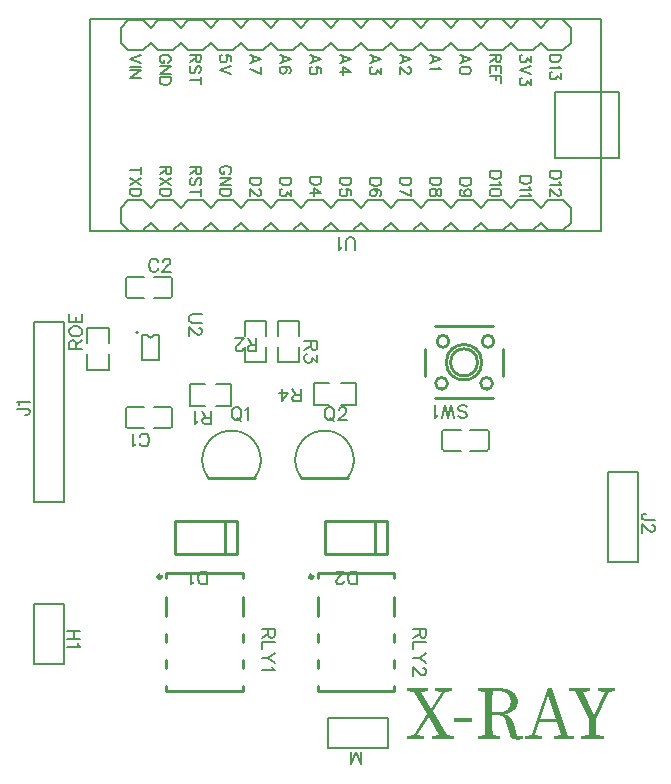
<source format=gto>
G04 Layer: TopSilkscreenLayer*
G04 EasyEDA v6.5.22, 2023-11-14 22:50:32*
G04 e9b09aeb9267423f9454c27dff36c41a,e380eaf7f1bc463bad4fc33596f4f57f,10*
G04 Gerber Generator version 0.2*
G04 Scale: 100 percent, Rotated: No, Reflected: No *
G04 Dimensions in millimeters *
G04 leading zeros omitted , absolute positions ,4 integer and 5 decimal *
%FSLAX45Y45*%
%MOMM*%

%ADD10C,0.1524*%
%ADD11C,0.1500*%
%ADD12C,0.2540*%
%ADD13C,0.2032*%
%ADD14C,0.2030*%
%ADD15C,0.1520*%
%ADD16C,0.2000*%
%ADD17C,0.3000*%
%ADD18C,0.0174*%

%LPD*%
G36*
X5419852Y2005838D02*
G01*
X5330154Y1741932D01*
X5356860Y1741932D01*
X5422138Y1940560D01*
X5488686Y1741932D01*
X5330154Y1741932D01*
X5283708Y1605280D01*
X5231638Y1596898D01*
X5231638Y1574800D01*
X5374386Y1574800D01*
X5374386Y1596898D01*
X5311648Y1605280D01*
X5348478Y1716786D01*
X5497068Y1716786D01*
X5534406Y1604518D01*
X5471160Y1596898D01*
X5471160Y1574800D01*
X5645404Y1574800D01*
X5645404Y1596898D01*
X5595112Y1602740D01*
X5457190Y2005838D01*
G37*
G36*
X4229354Y2003043D02*
G01*
X4229354Y1980946D01*
X4285234Y1975104D01*
X4398772Y1782064D01*
X4285234Y1605788D01*
X4225290Y1596898D01*
X4225290Y1574800D01*
X4370070Y1574800D01*
X4370070Y1596390D01*
X4316984Y1605280D01*
X4411980Y1759966D01*
X4503928Y1603502D01*
X4444238Y1596898D01*
X4444238Y1574800D01*
X4623054Y1574800D01*
X4623054Y1596898D01*
X4568190Y1603502D01*
X4447286Y1808480D01*
X4552950Y1973325D01*
X4610608Y1980946D01*
X4610608Y2003043D01*
X4464558Y2003043D01*
X4464558Y1980946D01*
X4521454Y1972564D01*
X4434332Y1830578D01*
X4349496Y1974342D01*
X4409694Y1980946D01*
X4409694Y2003043D01*
G37*
G36*
X4832858Y2003043D02*
G01*
X4832858Y1980946D01*
X4892294Y1974342D01*
X4892954Y1938172D01*
X4893462Y1871522D01*
X4893564Y1799082D01*
X4951984Y1799082D01*
X4952187Y1904542D01*
X4953000Y1977898D01*
X5015687Y1977796D01*
X5022443Y1977440D01*
X5035143Y1976018D01*
X5041087Y1974951D01*
X5046776Y1973630D01*
X5052161Y1972106D01*
X5057292Y1970379D01*
X5062169Y1968398D01*
X5066741Y1966214D01*
X5071110Y1963826D01*
X5075174Y1961184D01*
X5078984Y1958339D01*
X5082540Y1955292D01*
X5085842Y1952040D01*
X5088890Y1948586D01*
X5091684Y1944878D01*
X5094224Y1941017D01*
X5096510Y1936953D01*
X5100370Y1928164D01*
X5103215Y1918665D01*
X5104282Y1913585D01*
X5105704Y1902917D01*
X5106060Y1897329D01*
X5106162Y1891538D01*
X5105654Y1880311D01*
X5104993Y1874926D01*
X5104079Y1869643D01*
X5102910Y1864461D01*
X5101488Y1859432D01*
X5097830Y1849882D01*
X5095595Y1845360D01*
X5093106Y1840941D01*
X5090363Y1836775D01*
X5087366Y1832762D01*
X5084114Y1828952D01*
X5080609Y1825294D01*
X5076799Y1821891D01*
X5072786Y1818690D01*
X5068468Y1815693D01*
X5063896Y1812899D01*
X5059070Y1810359D01*
X5053990Y1808073D01*
X5048605Y1806041D01*
X5043017Y1804212D01*
X5037124Y1802688D01*
X5030978Y1801418D01*
X5024577Y1800402D01*
X5017922Y1799691D01*
X5011013Y1799234D01*
X5003800Y1799082D01*
X4893564Y1799082D01*
X4893360Y1681683D01*
X4892852Y1633575D01*
X4892294Y1603502D01*
X4832858Y1596898D01*
X4832858Y1574800D01*
X5012690Y1574800D01*
X5012690Y1596898D01*
X4953000Y1604010D01*
X4952136Y1681480D01*
X4951984Y1774698D01*
X4993487Y1774596D01*
X5000752Y1774342D01*
X5007559Y1773834D01*
X5013960Y1773072D01*
X5019954Y1772056D01*
X5025542Y1770786D01*
X5030774Y1769160D01*
X5035651Y1767230D01*
X5040172Y1764995D01*
X5044389Y1762353D01*
X5048300Y1759305D01*
X5051907Y1755902D01*
X5055260Y1751990D01*
X5058410Y1747672D01*
X5061254Y1742897D01*
X5063947Y1737563D01*
X5066436Y1731721D01*
X5068722Y1725371D01*
X5070856Y1718462D01*
X5100523Y1603959D01*
X5102250Y1598980D01*
X5104282Y1594459D01*
X5106619Y1590294D01*
X5109260Y1586585D01*
X5112258Y1583232D01*
X5115560Y1580286D01*
X5119268Y1577644D01*
X5123383Y1575409D01*
X5127853Y1573479D01*
X5132730Y1571904D01*
X5138115Y1570634D01*
X5143855Y1569669D01*
X5150104Y1568958D01*
X5164074Y1568450D01*
X5178247Y1568856D01*
X5184851Y1569364D01*
X5196992Y1570990D01*
X5207762Y1573377D01*
X5212588Y1574800D01*
X5212588Y1596898D01*
X5162804Y1601724D01*
X5133086Y1702054D01*
X5128463Y1716074D01*
X5125974Y1722475D01*
X5120589Y1734210D01*
X5117642Y1739544D01*
X5114594Y1744522D01*
X5111343Y1749196D01*
X5107940Y1753565D01*
X5104333Y1757578D01*
X5100574Y1761286D01*
X5096560Y1764741D01*
X5092395Y1767890D01*
X5087975Y1770786D01*
X5083352Y1773377D01*
X5078425Y1775764D01*
X5073345Y1777847D01*
X5067960Y1779727D01*
X5062321Y1781403D01*
X5056378Y1782825D01*
X5064099Y1784299D01*
X5071516Y1786026D01*
X5078628Y1788007D01*
X5085486Y1790192D01*
X5092090Y1792579D01*
X5104434Y1798015D01*
X5110175Y1801012D01*
X5115661Y1804212D01*
X5120843Y1807616D01*
X5130393Y1814880D01*
X5138775Y1822805D01*
X5142585Y1826971D01*
X5146090Y1831289D01*
X5149342Y1835708D01*
X5152288Y1840280D01*
X5154980Y1844954D01*
X5157368Y1849729D01*
X5159451Y1854606D01*
X5161280Y1859534D01*
X5162854Y1864614D01*
X5164124Y1869693D01*
X5165090Y1874875D01*
X5165801Y1880158D01*
X5166207Y1885442D01*
X5166360Y1890775D01*
X5165852Y1902307D01*
X5165191Y1907895D01*
X5164277Y1913280D01*
X5163108Y1918563D01*
X5159959Y1928672D01*
X5155895Y1938223D01*
X5150815Y1947164D01*
X5144770Y1955444D01*
X5141366Y1959406D01*
X5133949Y1966772D01*
X5125567Y1973478D01*
X5121046Y1976628D01*
X5116322Y1979574D01*
X5111343Y1982368D01*
X5100777Y1987397D01*
X5095189Y1989683D01*
X5083302Y1993696D01*
X5077104Y1995474D01*
X5064048Y1998421D01*
X5050180Y2000656D01*
X5035550Y2002180D01*
X5020157Y2002942D01*
G37*
G36*
X5604510Y2003043D02*
G01*
X5604510Y1980946D01*
X5653024Y1975612D01*
X5768086Y1741932D01*
X5767832Y1654556D01*
X5767324Y1622552D01*
X5766816Y1604010D01*
X5700776Y1596898D01*
X5700776Y1574800D01*
X5893054Y1574800D01*
X5893054Y1596898D01*
X5827014Y1604010D01*
X5826353Y1630578D01*
X5825845Y1680972D01*
X5825744Y1744218D01*
X5936742Y1973325D01*
X5992368Y1980946D01*
X5992368Y2003043D01*
X5847588Y2003043D01*
X5847588Y1980946D01*
X5907532Y1973325D01*
X5813044Y1772920D01*
X5719572Y1974342D01*
X5782056Y1980946D01*
X5782056Y2003043D01*
G37*
G36*
X4629404Y1754124D02*
G01*
X4629404Y1716786D01*
X4778502Y1716786D01*
X4778502Y1754124D01*
G37*
D10*
X4664456Y4307078D02*
G01*
X4674870Y4296663D01*
X4690363Y4291584D01*
X4711191Y4291584D01*
X4726686Y4296663D01*
X4737100Y4307078D01*
X4737100Y4317492D01*
X4732020Y4327905D01*
X4726686Y4333239D01*
X4716272Y4338320D01*
X4685029Y4348734D01*
X4674870Y4353813D01*
X4669536Y4359147D01*
X4664456Y4369562D01*
X4664456Y4385055D01*
X4674870Y4395470D01*
X4690363Y4400550D01*
X4711191Y4400550D01*
X4726686Y4395470D01*
X4737100Y4385055D01*
X4630165Y4291584D02*
G01*
X4604004Y4400550D01*
X4578095Y4291584D02*
G01*
X4604004Y4400550D01*
X4578095Y4291584D02*
G01*
X4552188Y4400550D01*
X4526279Y4291584D02*
G01*
X4552188Y4400550D01*
X4491990Y4312412D02*
G01*
X4481575Y4307078D01*
X4465827Y4291584D01*
X4465827Y4400550D01*
X1966722Y4076192D02*
G01*
X1972056Y4065778D01*
X1982470Y4055363D01*
X1992629Y4050284D01*
X2013458Y4050284D01*
X2023872Y4055363D01*
X2034286Y4065778D01*
X2039620Y4076192D01*
X2044700Y4091939D01*
X2044700Y4117847D01*
X2039620Y4133342D01*
X2034286Y4143755D01*
X2023872Y4154170D01*
X2013458Y4159250D01*
X1992629Y4159250D01*
X1982470Y4154170D01*
X1972056Y4143755D01*
X1966722Y4133342D01*
X1932431Y4071112D02*
G01*
X1922018Y4065778D01*
X1906523Y4050284D01*
X1906523Y4159250D01*
X2122677Y5613907D02*
G01*
X2117343Y5624321D01*
X2106929Y5634736D01*
X2096770Y5639815D01*
X2075941Y5639815D01*
X2065527Y5634736D01*
X2055113Y5624321D01*
X2049779Y5613907D01*
X2044700Y5598160D01*
X2044700Y5572252D01*
X2049779Y5556757D01*
X2055113Y5546344D01*
X2065527Y5535929D01*
X2075941Y5530850D01*
X2096770Y5530850D01*
X2106929Y5535929D01*
X2117343Y5546344D01*
X2122677Y5556757D01*
X2162047Y5613907D02*
G01*
X2162047Y5618987D01*
X2167381Y5629402D01*
X2172461Y5634736D01*
X2182875Y5639815D01*
X2203704Y5639815D01*
X2214118Y5634736D01*
X2219197Y5629402D01*
X2224531Y5618987D01*
X2224531Y5608573D01*
X2219197Y5598160D01*
X2208784Y5582665D01*
X2156968Y5530850D01*
X2229611Y5530850D01*
X2533650Y2881884D02*
G01*
X2533650Y2990850D01*
X2533650Y2881884D02*
G01*
X2497327Y2881884D01*
X2481579Y2886963D01*
X2471420Y2897378D01*
X2466086Y2907792D01*
X2461006Y2923539D01*
X2461006Y2949447D01*
X2466086Y2964942D01*
X2471420Y2975355D01*
X2481579Y2985770D01*
X2497327Y2990850D01*
X2533650Y2990850D01*
X2426715Y2902712D02*
G01*
X2416302Y2897378D01*
X2400554Y2881884D01*
X2400554Y2990850D01*
X3803650Y2881884D02*
G01*
X3803650Y2990850D01*
X3803650Y2881884D02*
G01*
X3767327Y2881884D01*
X3751579Y2886963D01*
X3741420Y2897378D01*
X3736086Y2907792D01*
X3731006Y2923539D01*
X3731006Y2949447D01*
X3736086Y2964942D01*
X3741420Y2975355D01*
X3751579Y2985770D01*
X3767327Y2990850D01*
X3803650Y2990850D01*
X3691381Y2907792D02*
G01*
X3691381Y2902712D01*
X3686302Y2892297D01*
X3680968Y2886963D01*
X3670554Y2881884D01*
X3649979Y2881884D01*
X3639565Y2886963D01*
X3634231Y2892297D01*
X3629152Y2902712D01*
X3629152Y2913126D01*
X3634231Y2923539D01*
X3644645Y2939034D01*
X3696715Y2990850D01*
X3623818Y2990850D01*
X1461515Y2489200D02*
G01*
X1352550Y2489200D01*
X1461515Y2416555D02*
G01*
X1352550Y2416555D01*
X1409700Y2489200D02*
G01*
X1409700Y2416555D01*
X1440687Y2382265D02*
G01*
X1446021Y2371852D01*
X1461515Y2356104D01*
X1352550Y2356104D01*
X3835400Y1357884D02*
G01*
X3835400Y1466850D01*
X3835400Y1357884D02*
G01*
X3793743Y1466850D01*
X3752341Y1357884D02*
G01*
X3793743Y1466850D01*
X3752341Y1357884D02*
G01*
X3752341Y1466850D01*
X926084Y4370070D02*
G01*
X1009142Y4370070D01*
X1024889Y4364736D01*
X1029970Y4359655D01*
X1035050Y4349242D01*
X1035050Y4338828D01*
X1029970Y4328413D01*
X1024889Y4323079D01*
X1009142Y4318000D01*
X998728Y4318000D01*
X946912Y4404360D02*
G01*
X941578Y4414520D01*
X926084Y4430268D01*
X1035050Y4430268D01*
X6325615Y3427729D02*
G01*
X6242558Y3427729D01*
X6226809Y3433063D01*
X6221729Y3438144D01*
X6216650Y3448557D01*
X6216650Y3458971D01*
X6221729Y3469386D01*
X6226809Y3474720D01*
X6242558Y3479800D01*
X6252972Y3479800D01*
X6299708Y3388360D02*
G01*
X6304788Y3388360D01*
X6315202Y3383279D01*
X6320536Y3377945D01*
X6325615Y3367531D01*
X6325615Y3346704D01*
X6320536Y3336289D01*
X6315202Y3331210D01*
X6304788Y3326129D01*
X6294374Y3326129D01*
X6283959Y3331210D01*
X6268465Y3341623D01*
X6216650Y3393439D01*
X6216650Y3320795D01*
X2774441Y4382515D02*
G01*
X2764027Y4377436D01*
X2753613Y4367021D01*
X2748279Y4356607D01*
X2743200Y4340860D01*
X2743200Y4314952D01*
X2748279Y4299457D01*
X2753613Y4289044D01*
X2764027Y4278629D01*
X2774441Y4273550D01*
X2795270Y4273550D01*
X2805429Y4278629D01*
X2815843Y4289044D01*
X2821177Y4299457D01*
X2826258Y4314952D01*
X2826258Y4340860D01*
X2821177Y4356607D01*
X2815843Y4367021D01*
X2805429Y4377436D01*
X2795270Y4382515D01*
X2774441Y4382515D01*
X2789936Y4294123D02*
G01*
X2821177Y4263136D01*
X2860547Y4361687D02*
G01*
X2870961Y4367021D01*
X2886709Y4382515D01*
X2886709Y4273550D01*
X3561841Y4382515D02*
G01*
X3551427Y4377436D01*
X3541013Y4367021D01*
X3535679Y4356607D01*
X3530600Y4340860D01*
X3530600Y4314952D01*
X3535679Y4299457D01*
X3541013Y4289044D01*
X3551427Y4278629D01*
X3561841Y4273550D01*
X3582670Y4273550D01*
X3592829Y4278629D01*
X3603243Y4289044D01*
X3608577Y4299457D01*
X3613658Y4314952D01*
X3613658Y4340860D01*
X3608577Y4356607D01*
X3603243Y4367021D01*
X3592829Y4377436D01*
X3582670Y4382515D01*
X3561841Y4382515D01*
X3577336Y4294123D02*
G01*
X3608577Y4263136D01*
X3653281Y4356607D02*
G01*
X3653281Y4361687D01*
X3658361Y4372102D01*
X3663695Y4377436D01*
X3674109Y4382515D01*
X3694684Y4382515D01*
X3705097Y4377436D01*
X3710431Y4372102D01*
X3715511Y4361687D01*
X3715511Y4351273D01*
X3710431Y4340860D01*
X3700018Y4325365D01*
X3647947Y4273550D01*
X3720845Y4273550D01*
X2565400Y4240784D02*
G01*
X2565400Y4349750D01*
X2565400Y4240784D02*
G01*
X2518663Y4240784D01*
X2503170Y4245863D01*
X2497836Y4251197D01*
X2492756Y4261612D01*
X2492756Y4272026D01*
X2497836Y4282439D01*
X2503170Y4287520D01*
X2518663Y4292600D01*
X2565400Y4292600D01*
X2529077Y4292600D02*
G01*
X2492756Y4349750D01*
X2458465Y4261612D02*
G01*
X2448052Y4256278D01*
X2432304Y4240784D01*
X2432304Y4349750D01*
X2953743Y4855923D02*
G01*
X2953743Y4964889D01*
X2953743Y4855923D02*
G01*
X2907007Y4855923D01*
X2891513Y4861003D01*
X2886179Y4866337D01*
X2881099Y4876751D01*
X2881099Y4887165D01*
X2886179Y4897579D01*
X2891513Y4902659D01*
X2907007Y4907739D01*
X2953743Y4907739D01*
X2917421Y4907739D02*
G01*
X2881099Y4964889D01*
X2841475Y4881831D02*
G01*
X2841475Y4876751D01*
X2836395Y4866337D01*
X2831061Y4861003D01*
X2820647Y4855923D01*
X2800073Y4855923D01*
X2789659Y4861003D01*
X2784325Y4866337D01*
X2779245Y4876751D01*
X2779245Y4887165D01*
X2784325Y4897579D01*
X2794739Y4913073D01*
X2846809Y4964889D01*
X2773911Y4964889D01*
X3468115Y4940300D02*
G01*
X3359150Y4940300D01*
X3468115Y4940300D02*
G01*
X3468115Y4893563D01*
X3463036Y4878070D01*
X3457702Y4872736D01*
X3447288Y4867655D01*
X3436874Y4867655D01*
X3426459Y4872736D01*
X3421379Y4878070D01*
X3416300Y4893563D01*
X3416300Y4940300D01*
X3416300Y4903978D02*
G01*
X3359150Y4867655D01*
X3468115Y4822952D02*
G01*
X3468115Y4765802D01*
X3426459Y4796789D01*
X3426459Y4781295D01*
X3421379Y4770881D01*
X3416300Y4765802D01*
X3400552Y4760468D01*
X3390138Y4760468D01*
X3374643Y4765802D01*
X3364229Y4776215D01*
X3359150Y4791710D01*
X3359150Y4807204D01*
X3364229Y4822952D01*
X3369309Y4828031D01*
X3379724Y4833365D01*
X3327400Y4431284D02*
G01*
X3327400Y4540250D01*
X3327400Y4431284D02*
G01*
X3280663Y4431284D01*
X3265170Y4436363D01*
X3259836Y4441697D01*
X3254756Y4452112D01*
X3254756Y4462526D01*
X3259836Y4472939D01*
X3265170Y4478020D01*
X3280663Y4483100D01*
X3327400Y4483100D01*
X3291077Y4483100D02*
G01*
X3254756Y4540250D01*
X3168395Y4431284D02*
G01*
X3220465Y4503928D01*
X3142488Y4503928D01*
X3168395Y4431284D02*
G01*
X3168395Y4540250D01*
X1370584Y4876800D02*
G01*
X1479550Y4876800D01*
X1370584Y4876800D02*
G01*
X1370584Y4923536D01*
X1375663Y4939029D01*
X1380997Y4944363D01*
X1391412Y4949444D01*
X1401826Y4949444D01*
X1412239Y4944363D01*
X1417320Y4939029D01*
X1422400Y4923536D01*
X1422400Y4876800D01*
X1422400Y4913121D02*
G01*
X1479550Y4949444D01*
X1370584Y5014976D02*
G01*
X1375663Y5004562D01*
X1386078Y4994147D01*
X1396492Y4989068D01*
X1412239Y4983734D01*
X1438147Y4983734D01*
X1453642Y4989068D01*
X1464055Y4994147D01*
X1474470Y5004562D01*
X1479550Y5014976D01*
X1479550Y5035804D01*
X1474470Y5046218D01*
X1464055Y5056631D01*
X1453642Y5061712D01*
X1438147Y5067045D01*
X1412239Y5067045D01*
X1396492Y5061712D01*
X1386078Y5056631D01*
X1375663Y5046218D01*
X1370584Y5035804D01*
X1370584Y5014976D01*
X1370584Y5101336D02*
G01*
X1479550Y5101336D01*
X1370584Y5101336D02*
G01*
X1370584Y5168900D01*
X1422400Y5101336D02*
G01*
X1422400Y5142737D01*
X1479550Y5101336D02*
G01*
X1479550Y5168900D01*
X3784600Y5713984D02*
G01*
X3784600Y5791962D01*
X3779520Y5807455D01*
X3769106Y5817870D01*
X3753358Y5822950D01*
X3742943Y5822950D01*
X3727450Y5817870D01*
X3717036Y5807455D01*
X3711956Y5791962D01*
X3711956Y5713984D01*
X3677665Y5734812D02*
G01*
X3667252Y5729478D01*
X3651504Y5713984D01*
X3651504Y5822950D01*
D11*
X5532437Y7368105D02*
G01*
X5436933Y7368105D01*
X5532437Y7368105D02*
G01*
X5532437Y7336355D01*
X5527865Y7322639D01*
X5518975Y7313495D01*
X5509831Y7308923D01*
X5496115Y7304351D01*
X5473509Y7304351D01*
X5459793Y7308923D01*
X5450649Y7313495D01*
X5441505Y7322639D01*
X5436933Y7336355D01*
X5436933Y7368105D01*
X5514403Y7274379D02*
G01*
X5518975Y7265489D01*
X5532437Y7251773D01*
X5436933Y7251773D01*
X5532437Y7212657D02*
G01*
X5532437Y7162619D01*
X5496115Y7189797D01*
X5496115Y7176335D01*
X5491543Y7167191D01*
X5486971Y7162619D01*
X5473509Y7158047D01*
X5464365Y7158047D01*
X5450649Y7162619D01*
X5441505Y7171763D01*
X5436933Y7185479D01*
X5436933Y7198941D01*
X5441505Y7212657D01*
X5446077Y7217229D01*
X5455221Y7221801D01*
X5278442Y7358966D02*
G01*
X5278442Y7308928D01*
X5242120Y7336360D01*
X5242120Y7322644D01*
X5237548Y7313500D01*
X5232976Y7308928D01*
X5219514Y7304356D01*
X5210370Y7304356D01*
X5196654Y7308928D01*
X5187510Y7318072D01*
X5182938Y7331788D01*
X5182938Y7345504D01*
X5187510Y7358966D01*
X5192082Y7363538D01*
X5201226Y7368110D01*
X5278442Y7274384D02*
G01*
X5182938Y7238062D01*
X5278442Y7201740D02*
G01*
X5182938Y7238062D01*
X5278442Y7162624D02*
G01*
X5278442Y7112586D01*
X5242120Y7140018D01*
X5242120Y7126302D01*
X5237548Y7117158D01*
X5232976Y7112586D01*
X5219514Y7108014D01*
X5210370Y7108014D01*
X5196654Y7112586D01*
X5187510Y7121730D01*
X5182938Y7135446D01*
X5182938Y7148908D01*
X5187510Y7162624D01*
X5192082Y7167196D01*
X5201226Y7171768D01*
X5024442Y7368110D02*
G01*
X4928938Y7368110D01*
X5024442Y7368110D02*
G01*
X5024442Y7327216D01*
X5019870Y7313500D01*
X5015298Y7308928D01*
X5006408Y7304356D01*
X4997264Y7304356D01*
X4988120Y7308928D01*
X4983548Y7313500D01*
X4978976Y7327216D01*
X4978976Y7368110D01*
X4978976Y7336360D02*
G01*
X4928938Y7304356D01*
X5024442Y7274384D02*
G01*
X4928938Y7274384D01*
X5024442Y7274384D02*
G01*
X5024442Y7215456D01*
X4978976Y7274384D02*
G01*
X4978976Y7238062D01*
X4928938Y7274384D02*
G01*
X4928938Y7215456D01*
X5024442Y7185484D02*
G01*
X4928938Y7185484D01*
X5024442Y7185484D02*
G01*
X5024442Y7126302D01*
X4978976Y7185484D02*
G01*
X4978976Y7148908D01*
X4770440Y7331786D02*
G01*
X4674936Y7368108D01*
X4770440Y7331786D02*
G01*
X4674936Y7295464D01*
X4706940Y7354392D02*
G01*
X4706940Y7308926D01*
X4770440Y7238060D02*
G01*
X4765868Y7251776D01*
X4752406Y7260920D01*
X4729546Y7265492D01*
X4716084Y7265492D01*
X4693224Y7260920D01*
X4679508Y7251776D01*
X4674936Y7238060D01*
X4674936Y7228916D01*
X4679508Y7215454D01*
X4693224Y7206310D01*
X4716084Y7201738D01*
X4729546Y7201738D01*
X4752406Y7206310D01*
X4765868Y7215454D01*
X4770440Y7228916D01*
X4770440Y7238060D01*
X4516442Y7331788D02*
G01*
X4420938Y7368110D01*
X4516442Y7331788D02*
G01*
X4420938Y7295466D01*
X4452942Y7354394D02*
G01*
X4452942Y7308928D01*
X4498408Y7265494D02*
G01*
X4502980Y7256350D01*
X4516442Y7242634D01*
X4420938Y7242634D01*
X4262440Y7331786D02*
G01*
X4166936Y7368108D01*
X4262440Y7331786D02*
G01*
X4166936Y7295464D01*
X4198940Y7354392D02*
G01*
X4198940Y7308926D01*
X4239834Y7260920D02*
G01*
X4244406Y7260920D01*
X4253296Y7256348D01*
X4257868Y7251776D01*
X4262440Y7242632D01*
X4262440Y7224598D01*
X4257868Y7215454D01*
X4253296Y7210882D01*
X4244406Y7206310D01*
X4235262Y7206310D01*
X4226118Y7210882D01*
X4212402Y7220026D01*
X4166936Y7265492D01*
X4166936Y7201738D01*
X4008440Y7331786D02*
G01*
X3912936Y7368108D01*
X4008440Y7331786D02*
G01*
X3912936Y7295464D01*
X3944940Y7354392D02*
G01*
X3944940Y7308926D01*
X4008440Y7256348D02*
G01*
X4008440Y7206310D01*
X3972118Y7233488D01*
X3972118Y7220026D01*
X3967546Y7210882D01*
X3962974Y7206310D01*
X3949512Y7201738D01*
X3940368Y7201738D01*
X3926652Y7206310D01*
X3917508Y7215454D01*
X3912936Y7228916D01*
X3912936Y7242632D01*
X3917508Y7256348D01*
X3922080Y7260920D01*
X3931224Y7265492D01*
X3754437Y7331783D02*
G01*
X3658933Y7368105D01*
X3754437Y7331783D02*
G01*
X3658933Y7295461D01*
X3690937Y7354389D02*
G01*
X3690937Y7308923D01*
X3754437Y7220023D02*
G01*
X3690937Y7265489D01*
X3690937Y7197163D01*
X3754437Y7220023D02*
G01*
X3658933Y7220023D01*
X3500440Y7331786D02*
G01*
X3404936Y7368108D01*
X3500440Y7331786D02*
G01*
X3404936Y7295464D01*
X3436940Y7354392D02*
G01*
X3436940Y7308926D01*
X3500440Y7210882D02*
G01*
X3500440Y7256348D01*
X3459546Y7260920D01*
X3464118Y7256348D01*
X3468690Y7242632D01*
X3468690Y7228916D01*
X3464118Y7215454D01*
X3454974Y7206310D01*
X3441512Y7201738D01*
X3432368Y7201738D01*
X3418652Y7206310D01*
X3409508Y7215454D01*
X3404936Y7228916D01*
X3404936Y7242632D01*
X3409508Y7256348D01*
X3414080Y7260920D01*
X3423224Y7265492D01*
X3246437Y7331783D02*
G01*
X3150933Y7368105D01*
X3246437Y7331783D02*
G01*
X3150933Y7295461D01*
X3182937Y7354389D02*
G01*
X3182937Y7308923D01*
X3232975Y7210879D02*
G01*
X3241865Y7215451D01*
X3246437Y7228913D01*
X3246437Y7238057D01*
X3241865Y7251773D01*
X3228403Y7260917D01*
X3205543Y7265489D01*
X3182937Y7265489D01*
X3164649Y7260917D01*
X3155505Y7251773D01*
X3150933Y7238057D01*
X3150933Y7233485D01*
X3155505Y7220023D01*
X3164649Y7210879D01*
X3178365Y7206307D01*
X3182937Y7206307D01*
X3196399Y7210879D01*
X3205543Y7220023D01*
X3210115Y7233485D01*
X3210115Y7238057D01*
X3205543Y7251773D01*
X3196399Y7260917D01*
X3182937Y7265489D01*
X2992440Y7331786D02*
G01*
X2896936Y7368108D01*
X2992440Y7331786D02*
G01*
X2896936Y7295464D01*
X2928940Y7354392D02*
G01*
X2928940Y7308926D01*
X2992440Y7201738D02*
G01*
X2896936Y7247204D01*
X2992440Y7265492D02*
G01*
X2992440Y7201738D01*
X2738440Y7313498D02*
G01*
X2738440Y7358964D01*
X2697546Y7363536D01*
X2702118Y7358964D01*
X2706690Y7345502D01*
X2706690Y7331786D01*
X2702118Y7318070D01*
X2692974Y7308926D01*
X2679512Y7304354D01*
X2670368Y7304354D01*
X2656652Y7308926D01*
X2647508Y7318070D01*
X2642936Y7331786D01*
X2642936Y7345502D01*
X2647508Y7358964D01*
X2652080Y7363536D01*
X2661224Y7368108D01*
X2738440Y7274382D02*
G01*
X2642936Y7238060D01*
X2738440Y7201738D02*
G01*
X2642936Y7238060D01*
X2484442Y7368110D02*
G01*
X2388938Y7368110D01*
X2484442Y7368110D02*
G01*
X2484442Y7327216D01*
X2479870Y7313500D01*
X2475298Y7308928D01*
X2466408Y7304356D01*
X2457264Y7304356D01*
X2448120Y7308928D01*
X2443548Y7313500D01*
X2438976Y7327216D01*
X2438976Y7368110D01*
X2438976Y7336360D02*
G01*
X2388938Y7304356D01*
X2470980Y7210884D02*
G01*
X2479870Y7220028D01*
X2484442Y7233490D01*
X2484442Y7251778D01*
X2479870Y7265494D01*
X2470980Y7274384D01*
X2461836Y7274384D01*
X2452692Y7269812D01*
X2448120Y7265494D01*
X2443548Y7256350D01*
X2434404Y7228918D01*
X2430086Y7220028D01*
X2425514Y7215456D01*
X2416370Y7210884D01*
X2402654Y7210884D01*
X2393510Y7220028D01*
X2388938Y7233490D01*
X2388938Y7251778D01*
X2393510Y7265494D01*
X2402654Y7274384D01*
X2484442Y7148908D02*
G01*
X2388938Y7148908D01*
X2484442Y7180912D02*
G01*
X2484442Y7117158D01*
X2207834Y7300036D02*
G01*
X2216978Y7304354D01*
X2225868Y7313498D01*
X2230440Y7322642D01*
X2230440Y7340930D01*
X2225868Y7349820D01*
X2216978Y7358964D01*
X2207834Y7363536D01*
X2194118Y7368108D01*
X2171512Y7368108D01*
X2157796Y7363536D01*
X2148652Y7358964D01*
X2139508Y7349820D01*
X2134936Y7340930D01*
X2134936Y7322642D01*
X2139508Y7313498D01*
X2148652Y7304354D01*
X2157796Y7300036D01*
X2171512Y7300036D01*
X2171512Y7322642D02*
G01*
X2171512Y7300036D01*
X2230440Y7269810D02*
G01*
X2134936Y7269810D01*
X2230440Y7269810D02*
G01*
X2134936Y7206310D01*
X2230440Y7206310D02*
G01*
X2134936Y7206310D01*
X2230440Y7176338D02*
G01*
X2134936Y7176338D01*
X2230440Y7176338D02*
G01*
X2230440Y7144588D01*
X2225868Y7130872D01*
X2216978Y7121728D01*
X2207834Y7117156D01*
X2194118Y7112584D01*
X2171512Y7112584D01*
X2157796Y7117156D01*
X2148652Y7121728D01*
X2139508Y7130872D01*
X2134936Y7144588D01*
X2134936Y7176338D01*
X1976437Y7368105D02*
G01*
X1880933Y7331783D01*
X1976437Y7295461D02*
G01*
X1880933Y7331783D01*
X1976437Y7265489D02*
G01*
X1880933Y7265489D01*
X1976437Y7235263D02*
G01*
X1880933Y7235263D01*
X1976437Y7235263D02*
G01*
X1880933Y7171763D01*
X1976437Y7171763D02*
G01*
X1880933Y7171763D01*
X5534441Y6379207D02*
G01*
X5438937Y6379207D01*
X5534441Y6379207D02*
G01*
X5534441Y6347457D01*
X5529869Y6333741D01*
X5520979Y6324597D01*
X5511835Y6320025D01*
X5498119Y6315453D01*
X5475513Y6315453D01*
X5461797Y6320025D01*
X5452653Y6324597D01*
X5443509Y6333741D01*
X5438937Y6347457D01*
X5438937Y6379207D01*
X5516407Y6285481D02*
G01*
X5520979Y6276591D01*
X5534441Y6262875D01*
X5438937Y6262875D01*
X5511835Y6228331D02*
G01*
X5516407Y6228331D01*
X5525297Y6223759D01*
X5529869Y6219187D01*
X5534441Y6210043D01*
X5534441Y6192009D01*
X5529869Y6182865D01*
X5525297Y6178293D01*
X5516407Y6173721D01*
X5507263Y6173721D01*
X5498119Y6178293D01*
X5484403Y6187437D01*
X5438937Y6232903D01*
X5438937Y6169149D01*
X5280444Y6338313D02*
G01*
X5184940Y6338313D01*
X5280444Y6338313D02*
G01*
X5280444Y6306563D01*
X5275872Y6292847D01*
X5266982Y6283703D01*
X5257838Y6279131D01*
X5244122Y6274559D01*
X5221516Y6274559D01*
X5207800Y6279131D01*
X5198656Y6283703D01*
X5189512Y6292847D01*
X5184940Y6306563D01*
X5184940Y6338313D01*
X5262410Y6244587D02*
G01*
X5266982Y6235697D01*
X5280444Y6221981D01*
X5184940Y6221981D01*
X5262410Y6192009D02*
G01*
X5266982Y6182865D01*
X5280444Y6169149D01*
X5184940Y6169149D01*
X5026441Y6379207D02*
G01*
X4930937Y6379207D01*
X5026441Y6379207D02*
G01*
X5026441Y6347457D01*
X5021869Y6333741D01*
X5012979Y6324597D01*
X5003835Y6320025D01*
X4990119Y6315453D01*
X4967513Y6315453D01*
X4953797Y6320025D01*
X4944653Y6324597D01*
X4935509Y6333741D01*
X4930937Y6347457D01*
X4930937Y6379207D01*
X5008407Y6285481D02*
G01*
X5012979Y6276591D01*
X5026441Y6262875D01*
X4930937Y6262875D01*
X5026441Y6205471D02*
G01*
X5021869Y6219187D01*
X5008407Y6228331D01*
X4985547Y6232903D01*
X4972085Y6232903D01*
X4949225Y6228331D01*
X4935509Y6219187D01*
X4930937Y6205471D01*
X4930937Y6196581D01*
X4935509Y6182865D01*
X4949225Y6173721D01*
X4972085Y6169149D01*
X4985547Y6169149D01*
X5008407Y6173721D01*
X5021869Y6182865D01*
X5026441Y6196581D01*
X5026441Y6205471D01*
X4772441Y6321803D02*
G01*
X4676937Y6321803D01*
X4772441Y6321803D02*
G01*
X4772441Y6290053D01*
X4767869Y6276337D01*
X4758979Y6267193D01*
X4749835Y6262621D01*
X4736119Y6258049D01*
X4713513Y6258049D01*
X4699797Y6262621D01*
X4690653Y6267193D01*
X4681509Y6276337D01*
X4676937Y6290053D01*
X4676937Y6321803D01*
X4740691Y6169149D02*
G01*
X4726975Y6173721D01*
X4718085Y6182611D01*
X4713513Y6196327D01*
X4713513Y6200899D01*
X4718085Y6214615D01*
X4726975Y6223505D01*
X4740691Y6228077D01*
X4745263Y6228077D01*
X4758979Y6223505D01*
X4767869Y6214615D01*
X4772441Y6200899D01*
X4772441Y6196327D01*
X4767869Y6182611D01*
X4758979Y6173721D01*
X4740691Y6169149D01*
X4718085Y6169149D01*
X4695225Y6173721D01*
X4681509Y6182611D01*
X4676937Y6196327D01*
X4676937Y6205471D01*
X4681509Y6219187D01*
X4690653Y6223505D01*
X4518444Y6326375D02*
G01*
X4422940Y6326375D01*
X4518444Y6326375D02*
G01*
X4518444Y6294625D01*
X4513872Y6280909D01*
X4504982Y6271765D01*
X4495838Y6267193D01*
X4482122Y6262621D01*
X4459516Y6262621D01*
X4445800Y6267193D01*
X4436656Y6271765D01*
X4427512Y6280909D01*
X4422940Y6294625D01*
X4422940Y6326375D01*
X4518444Y6210043D02*
G01*
X4513872Y6223759D01*
X4504982Y6228077D01*
X4495838Y6228077D01*
X4486694Y6223759D01*
X4482122Y6214615D01*
X4477550Y6196327D01*
X4472978Y6182865D01*
X4464088Y6173721D01*
X4454944Y6169149D01*
X4441228Y6169149D01*
X4432084Y6173721D01*
X4427512Y6178293D01*
X4422940Y6191755D01*
X4422940Y6210043D01*
X4427512Y6223759D01*
X4432084Y6228077D01*
X4441228Y6232649D01*
X4454944Y6232649D01*
X4464088Y6228077D01*
X4472978Y6219187D01*
X4477550Y6205471D01*
X4482122Y6187183D01*
X4486694Y6178293D01*
X4495838Y6173721D01*
X4504982Y6173721D01*
X4513872Y6178293D01*
X4518444Y6191755D01*
X4518444Y6210043D01*
X4264441Y6326375D02*
G01*
X4168937Y6326375D01*
X4264441Y6326375D02*
G01*
X4264441Y6294625D01*
X4259869Y6280909D01*
X4250979Y6271765D01*
X4241835Y6267193D01*
X4228119Y6262621D01*
X4205513Y6262621D01*
X4191797Y6267193D01*
X4182653Y6271765D01*
X4173509Y6280909D01*
X4168937Y6294625D01*
X4168937Y6326375D01*
X4264441Y6169149D02*
G01*
X4168937Y6214615D01*
X4264441Y6232649D02*
G01*
X4264441Y6169149D01*
X4010441Y6321803D02*
G01*
X3914937Y6321803D01*
X4010441Y6321803D02*
G01*
X4010441Y6290053D01*
X4005869Y6276337D01*
X3996979Y6267193D01*
X3987835Y6262621D01*
X3974119Y6258049D01*
X3951513Y6258049D01*
X3937797Y6262621D01*
X3928653Y6267193D01*
X3919509Y6276337D01*
X3914937Y6290053D01*
X3914937Y6321803D01*
X3996979Y6173721D02*
G01*
X4005869Y6178293D01*
X4010441Y6191755D01*
X4010441Y6200899D01*
X4005869Y6214615D01*
X3992407Y6223505D01*
X3969547Y6228077D01*
X3946941Y6228077D01*
X3928653Y6223505D01*
X3919509Y6214615D01*
X3914937Y6200899D01*
X3914937Y6196327D01*
X3919509Y6182611D01*
X3928653Y6173721D01*
X3942369Y6169149D01*
X3946941Y6169149D01*
X3960403Y6173721D01*
X3969547Y6182611D01*
X3974119Y6196327D01*
X3974119Y6200899D01*
X3969547Y6214615D01*
X3960403Y6223505D01*
X3946941Y6228077D01*
X3756444Y6326375D02*
G01*
X3660940Y6326375D01*
X3756444Y6326375D02*
G01*
X3756444Y6294625D01*
X3751872Y6280909D01*
X3742982Y6271765D01*
X3733838Y6267193D01*
X3720122Y6262621D01*
X3697516Y6262621D01*
X3683800Y6267193D01*
X3674656Y6271765D01*
X3665512Y6280909D01*
X3660940Y6294625D01*
X3660940Y6326375D01*
X3756444Y6178293D02*
G01*
X3756444Y6223759D01*
X3715550Y6228077D01*
X3720122Y6223759D01*
X3724694Y6210043D01*
X3724694Y6196327D01*
X3720122Y6182865D01*
X3710978Y6173721D01*
X3697516Y6169149D01*
X3688372Y6169149D01*
X3674656Y6173721D01*
X3665512Y6182865D01*
X3660940Y6196327D01*
X3660940Y6210043D01*
X3665512Y6223759D01*
X3670084Y6228077D01*
X3679228Y6232649D01*
X3502441Y6330947D02*
G01*
X3406937Y6330947D01*
X3502441Y6330947D02*
G01*
X3502441Y6299197D01*
X3497869Y6285481D01*
X3488979Y6276337D01*
X3479835Y6271765D01*
X3466119Y6267193D01*
X3443513Y6267193D01*
X3429797Y6271765D01*
X3420653Y6276337D01*
X3411509Y6285481D01*
X3406937Y6299197D01*
X3406937Y6330947D01*
X3502441Y6191755D02*
G01*
X3438941Y6237221D01*
X3438941Y6169149D01*
X3502441Y6191755D02*
G01*
X3406937Y6191755D01*
X3248441Y6326375D02*
G01*
X3152937Y6326375D01*
X3248441Y6326375D02*
G01*
X3248441Y6294625D01*
X3243869Y6280909D01*
X3234979Y6271765D01*
X3225835Y6267193D01*
X3212119Y6262621D01*
X3189513Y6262621D01*
X3175797Y6267193D01*
X3166653Y6271765D01*
X3157509Y6280909D01*
X3152937Y6294625D01*
X3152937Y6326375D01*
X3248441Y6223759D02*
G01*
X3248441Y6173721D01*
X3212119Y6200899D01*
X3212119Y6187183D01*
X3207547Y6178293D01*
X3202975Y6173721D01*
X3189513Y6169149D01*
X3180369Y6169149D01*
X3166653Y6173721D01*
X3157509Y6182865D01*
X3152937Y6196327D01*
X3152937Y6210043D01*
X3157509Y6223759D01*
X3162081Y6228077D01*
X3171225Y6232649D01*
X2994444Y6326375D02*
G01*
X2898940Y6326375D01*
X2994444Y6326375D02*
G01*
X2994444Y6294625D01*
X2989872Y6280909D01*
X2980982Y6271765D01*
X2971838Y6267193D01*
X2958122Y6262621D01*
X2935516Y6262621D01*
X2921800Y6267193D01*
X2912656Y6271765D01*
X2903512Y6280909D01*
X2898940Y6294625D01*
X2898940Y6326375D01*
X2971838Y6228077D02*
G01*
X2976410Y6228077D01*
X2985300Y6223759D01*
X2989872Y6219187D01*
X2994444Y6210043D01*
X2994444Y6191755D01*
X2989872Y6182865D01*
X2985300Y6178293D01*
X2976410Y6173721D01*
X2967266Y6173721D01*
X2958122Y6178293D01*
X2944406Y6187183D01*
X2898940Y6232649D01*
X2898940Y6169149D01*
X2717835Y6356601D02*
G01*
X2726979Y6360919D01*
X2735869Y6370063D01*
X2740441Y6379207D01*
X2740441Y6397495D01*
X2735869Y6406385D01*
X2726979Y6415529D01*
X2717835Y6420101D01*
X2704119Y6424673D01*
X2681513Y6424673D01*
X2667797Y6420101D01*
X2658653Y6415529D01*
X2649509Y6406385D01*
X2644937Y6397495D01*
X2644937Y6379207D01*
X2649509Y6370063D01*
X2658653Y6360919D01*
X2667797Y6356601D01*
X2681513Y6356601D01*
X2681513Y6379207D02*
G01*
X2681513Y6356601D01*
X2740441Y6326375D02*
G01*
X2644937Y6326375D01*
X2740441Y6326375D02*
G01*
X2644937Y6262875D01*
X2740441Y6262875D02*
G01*
X2644937Y6262875D01*
X2740441Y6232903D02*
G01*
X2644937Y6232903D01*
X2740441Y6232903D02*
G01*
X2740441Y6201153D01*
X2735869Y6187437D01*
X2726979Y6178293D01*
X2717835Y6173721D01*
X2704119Y6169149D01*
X2681513Y6169149D01*
X2667797Y6173721D01*
X2658653Y6178293D01*
X2649509Y6187437D01*
X2644937Y6201153D01*
X2644937Y6232903D01*
X2486441Y6420101D02*
G01*
X2390937Y6420101D01*
X2486441Y6420101D02*
G01*
X2486441Y6379207D01*
X2481869Y6365491D01*
X2477297Y6360919D01*
X2468407Y6356347D01*
X2459263Y6356347D01*
X2450119Y6360919D01*
X2445547Y6365491D01*
X2440975Y6379207D01*
X2440975Y6420101D01*
X2440975Y6388351D02*
G01*
X2390937Y6356347D01*
X2472979Y6262875D02*
G01*
X2481869Y6272019D01*
X2486441Y6285481D01*
X2486441Y6303769D01*
X2481869Y6317485D01*
X2472979Y6326375D01*
X2463835Y6326375D01*
X2454691Y6321803D01*
X2450119Y6317485D01*
X2445547Y6308341D01*
X2436403Y6280909D01*
X2432085Y6272019D01*
X2427513Y6267447D01*
X2418369Y6262875D01*
X2404653Y6262875D01*
X2395509Y6272019D01*
X2390937Y6285481D01*
X2390937Y6303769D01*
X2395509Y6317485D01*
X2404653Y6326375D01*
X2486441Y6200899D02*
G01*
X2390937Y6200899D01*
X2486441Y6232903D02*
G01*
X2486441Y6169149D01*
X2232444Y6420101D02*
G01*
X2136940Y6420101D01*
X2232444Y6420101D02*
G01*
X2232444Y6379207D01*
X2227872Y6365491D01*
X2223300Y6360919D01*
X2214410Y6356347D01*
X2205266Y6356347D01*
X2196122Y6360919D01*
X2191550Y6365491D01*
X2186978Y6379207D01*
X2186978Y6420101D01*
X2186978Y6388351D02*
G01*
X2136940Y6356347D01*
X2232444Y6326375D02*
G01*
X2136940Y6262875D01*
X2232444Y6262875D02*
G01*
X2136940Y6326375D01*
X2232444Y6232903D02*
G01*
X2136940Y6232903D01*
X2232444Y6232903D02*
G01*
X2232444Y6200899D01*
X2227872Y6187437D01*
X2218982Y6178293D01*
X2209838Y6173721D01*
X2196122Y6169149D01*
X2173516Y6169149D01*
X2159800Y6173721D01*
X2150656Y6178293D01*
X2141512Y6187437D01*
X2136940Y6200899D01*
X2136940Y6232903D01*
X1978441Y6388351D02*
G01*
X1882937Y6388351D01*
X1978441Y6420101D02*
G01*
X1978441Y6356347D01*
X1978441Y6326375D02*
G01*
X1882937Y6262875D01*
X1978441Y6262875D02*
G01*
X1882937Y6326375D01*
X1978441Y6232903D02*
G01*
X1882937Y6232903D01*
X1978441Y6232903D02*
G01*
X1978441Y6200899D01*
X1973869Y6187437D01*
X1964979Y6178293D01*
X1955835Y6173721D01*
X1942119Y6169149D01*
X1919513Y6169149D01*
X1905797Y6173721D01*
X1896653Y6178293D01*
X1887509Y6187437D01*
X1882937Y6200899D01*
X1882937Y6232903D01*
D10*
X2490215Y5168900D02*
G01*
X2412238Y5168900D01*
X2396743Y5163820D01*
X2386329Y5153405D01*
X2381250Y5137657D01*
X2381250Y5127244D01*
X2386329Y5111750D01*
X2396743Y5101336D01*
X2412238Y5096255D01*
X2490215Y5096255D01*
X2464308Y5056631D02*
G01*
X2469388Y5056631D01*
X2479802Y5051552D01*
X2485136Y5046218D01*
X2490215Y5035804D01*
X2490215Y5015229D01*
X2485136Y5004815D01*
X2479802Y4999481D01*
X2469388Y4994402D01*
X2458974Y4994402D01*
X2448559Y4999481D01*
X2433065Y5009895D01*
X2381250Y5061965D01*
X2381250Y4989068D01*
X3107715Y2500858D02*
G01*
X2998749Y2500858D01*
X3107715Y2500858D02*
G01*
X3107715Y2454122D01*
X3102635Y2438628D01*
X3097301Y2433294D01*
X3086887Y2428214D01*
X3076473Y2428214D01*
X3066059Y2433294D01*
X3060979Y2438628D01*
X3055899Y2454122D01*
X3055899Y2500858D01*
X3055899Y2464536D02*
G01*
X2998749Y2428214D01*
X3107715Y2393924D02*
G01*
X2998749Y2393924D01*
X2998749Y2393924D02*
G01*
X2998749Y2331440D01*
X3107715Y2297150D02*
G01*
X3055899Y2255748D01*
X2998749Y2255748D01*
X3107715Y2214092D02*
G01*
X3055899Y2255748D01*
X3086887Y2179802D02*
G01*
X3092221Y2169388D01*
X3107715Y2153894D01*
X2998749Y2153894D01*
X4390415Y2500858D02*
G01*
X4281449Y2500858D01*
X4390415Y2500858D02*
G01*
X4390415Y2454122D01*
X4385335Y2438628D01*
X4380001Y2433294D01*
X4369587Y2428214D01*
X4359173Y2428214D01*
X4348759Y2433294D01*
X4343679Y2438628D01*
X4338599Y2454122D01*
X4338599Y2500858D01*
X4338599Y2464536D02*
G01*
X4281449Y2428214D01*
X4390415Y2393924D02*
G01*
X4281449Y2393924D01*
X4281449Y2393924D02*
G01*
X4281449Y2331440D01*
X4390415Y2297150D02*
G01*
X4338599Y2255748D01*
X4281449Y2255748D01*
X4390415Y2214092D02*
G01*
X4338599Y2255748D01*
X4364507Y2174468D02*
G01*
X4369587Y2174468D01*
X4380001Y2169388D01*
X4385335Y2164308D01*
X4390415Y2153894D01*
X4390415Y2133066D01*
X4385335Y2122652D01*
X4380001Y2117318D01*
X4369587Y2112238D01*
X4359173Y2112238D01*
X4348759Y2117318D01*
X4333265Y2127732D01*
X4281449Y2179802D01*
X4281449Y2107158D01*
X4543280Y4011739D02*
G01*
X4684280Y4011739D01*
X4684280Y4192460D02*
G01*
X4543280Y4192460D01*
X4528040Y4177220D02*
G01*
X4528040Y4026979D01*
X4905519Y4011739D02*
G01*
X4764519Y4011739D01*
X4764519Y4192460D02*
G01*
X4905519Y4192460D01*
X4920759Y4177220D02*
G01*
X4920759Y4026979D01*
D12*
X4381500Y4650455D02*
G01*
X4381500Y4874544D01*
X4956713Y4457700D02*
G01*
X4466686Y4457700D01*
X5041900Y4650455D02*
G01*
X5041900Y4874544D01*
X4956713Y5067300D02*
G01*
X4466686Y5067300D01*
D10*
X1863580Y4202239D02*
G01*
X2004580Y4202239D01*
X2004580Y4382960D02*
G01*
X1863580Y4382960D01*
X1848340Y4367720D02*
G01*
X1848340Y4217479D01*
X2225819Y4202239D02*
G01*
X2084819Y4202239D01*
X2084819Y4382960D02*
G01*
X2225819Y4382960D01*
X2241059Y4367720D02*
G01*
X2241059Y4217479D01*
X2225819Y5487860D02*
G01*
X2084819Y5487860D01*
X2084819Y5307139D02*
G01*
X2225819Y5307139D01*
X2241059Y5322379D02*
G01*
X2241059Y5472620D01*
X1863580Y5487860D02*
G01*
X2004580Y5487860D01*
X2004580Y5307139D02*
G01*
X1863580Y5307139D01*
X1848340Y5322379D02*
G01*
X1848340Y5472620D01*
D12*
X2787299Y3136600D02*
G01*
X2267300Y3136600D01*
X2267300Y3136600D02*
G01*
X2267300Y3416599D01*
X2787299Y3416599D02*
G01*
X2267300Y3416599D01*
X2787299Y3136600D02*
G01*
X2787299Y3416599D01*
X2691373Y3136600D02*
G01*
X2691373Y3416599D01*
X4057299Y3136600D02*
G01*
X3537300Y3136600D01*
X3537300Y3136600D02*
G01*
X3537300Y3416599D01*
X4057299Y3416599D02*
G01*
X3537300Y3416599D01*
X4057299Y3136600D02*
G01*
X4057299Y3416599D01*
X3961373Y3136600D02*
G01*
X3961373Y3416599D01*
D13*
X1320800Y2209800D02*
G01*
X1069339Y2209800D01*
X1069339Y2717800D01*
X1320800Y2717800D01*
X1320800Y2209800D01*
X3556000Y1498600D02*
G01*
X3556000Y1750060D01*
X4064000Y1750060D01*
X4064000Y1498600D01*
X3556000Y1498600D01*
X1066800Y3771900D02*
G01*
X1066800Y3581400D01*
X1320800Y3581400D01*
X1320800Y5105400D01*
X1066800Y5105400D01*
D14*
X1066800Y5105400D02*
G01*
X1066800Y3771900D01*
D13*
X6184900Y3644900D02*
G01*
X6184900Y3835400D01*
X5930900Y3835400D01*
X5930900Y3073400D01*
X6184900Y3073400D01*
D14*
X6184900Y3073400D02*
G01*
X6184900Y3644900D01*
D12*
X2941190Y3787012D02*
G01*
X2545209Y3787012D01*
X3728590Y3787012D02*
G01*
X3332609Y3787012D01*
D10*
X2517780Y4574809D02*
G01*
X2389286Y4574809D01*
X2389286Y4391390D01*
X2517780Y4391390D01*
X2613019Y4574809D02*
G01*
X2741513Y4574809D01*
X2741513Y4391390D01*
X2613019Y4391390D01*
X2854690Y4892680D02*
G01*
X2854690Y4764186D01*
X3038109Y4764186D01*
X3038109Y4892680D01*
X2854690Y4987919D02*
G01*
X2854690Y5116413D01*
X3038109Y5116413D01*
X3038109Y4987919D01*
X3134090Y4892680D02*
G01*
X3134090Y4764186D01*
X3317509Y4764186D01*
X3317509Y4892680D01*
X3134090Y4987919D02*
G01*
X3134090Y5116413D01*
X3317509Y5116413D01*
X3317509Y4987919D01*
X3571880Y4587509D02*
G01*
X3443386Y4587509D01*
X3443386Y4404090D01*
X3571880Y4404090D01*
X3667119Y4587509D02*
G01*
X3795613Y4587509D01*
X3795613Y4404090D01*
X3667119Y4404090D01*
X1704609Y4924419D02*
G01*
X1704609Y5052913D01*
X1521190Y5052913D01*
X1521190Y4924419D01*
X1704609Y4829180D02*
G01*
X1704609Y4700686D01*
X1521190Y4700686D01*
X1521190Y4829180D01*
D15*
X3390940Y7658039D02*
G01*
X3327440Y7594539D01*
X3263940Y7658039D01*
X5549925Y7404051D02*
G01*
X5613425Y7467551D01*
X5613425Y7594551D01*
X5549925Y7658051D01*
X5295925Y7404051D02*
G01*
X5359425Y7467551D01*
X5422925Y7404051D01*
X5041925Y7404051D02*
G01*
X5105425Y7467551D01*
X5168925Y7404051D01*
X4787971Y7404051D02*
G01*
X4851448Y7467551D01*
X4914948Y7404051D01*
X4533976Y7404051D02*
G01*
X4597476Y7467551D01*
X4660976Y7404051D01*
X4279976Y7404051D02*
G01*
X4343476Y7467551D01*
X4406976Y7404051D01*
X4025976Y7404051D02*
G01*
X4089476Y7467551D01*
X4152976Y7404051D01*
X3771976Y7404051D02*
G01*
X3835476Y7467551D01*
X3898976Y7404051D01*
X3517976Y7404051D02*
G01*
X3581476Y7467551D01*
X3644976Y7404051D01*
X3263976Y7404051D02*
G01*
X3327476Y7467551D01*
X3390976Y7404051D01*
X3009976Y7404051D02*
G01*
X3073476Y7467551D01*
X3136976Y7404051D01*
X2755976Y7404051D02*
G01*
X2819476Y7467551D01*
X2882976Y7404051D01*
X2501948Y7404051D02*
G01*
X2565471Y7467551D01*
X2628976Y7404051D01*
X2247940Y7404051D02*
G01*
X2311440Y7467551D01*
X2374940Y7404051D01*
X1993940Y7404051D02*
G01*
X2057440Y7467551D01*
X2120940Y7404051D01*
X1866940Y7658051D02*
G01*
X1803440Y7594551D01*
X1803440Y7467551D01*
X1866940Y7404051D01*
X2120940Y7658051D02*
G01*
X2057440Y7594551D01*
X1993940Y7658051D01*
X2374940Y7658051D02*
G01*
X2311440Y7594551D01*
X2247940Y7658051D01*
X2628976Y7658051D02*
G01*
X2565471Y7594551D01*
X2501948Y7658051D01*
X4914948Y7658051D02*
G01*
X4851448Y7594551D01*
X4787971Y7658051D01*
X5422925Y7658051D02*
G01*
X5359425Y7594551D01*
X5295925Y7658051D01*
X5168925Y7658051D02*
G01*
X5105425Y7594551D01*
X5041925Y7658051D01*
X4660976Y7658051D02*
G01*
X4597476Y7594551D01*
X4533976Y7658051D01*
X4406976Y7658051D02*
G01*
X4343476Y7594551D01*
X4279976Y7658051D01*
X4152976Y7658051D02*
G01*
X4089476Y7594551D01*
X4025976Y7658051D01*
X3898976Y7658051D02*
G01*
X3835476Y7594551D01*
X3771976Y7658051D01*
X3644976Y7658051D02*
G01*
X3581476Y7594551D01*
X3517976Y7658051D01*
X3136976Y7658051D02*
G01*
X3073476Y7594551D01*
X3009976Y7658051D01*
X2882976Y7658051D02*
G01*
X2819476Y7594551D01*
X2755976Y7658051D01*
X2628976Y7658051D02*
G01*
X2565471Y7594551D01*
X2501948Y7658051D01*
X2374940Y7658051D01*
X2311440Y7594551D01*
X2247940Y7658051D01*
X2120940Y7658051D01*
X2057440Y7594551D01*
X1993940Y7658051D01*
X1866940Y7658051D01*
X1803440Y7594551D01*
X1803440Y7467551D01*
X1866940Y7404051D01*
X1993940Y7404051D01*
X2057440Y7467551D01*
X2120940Y7404051D01*
X2247940Y7404051D01*
X2311440Y7467551D01*
X2374940Y7404051D01*
X2501948Y7404051D01*
X2565471Y7467551D01*
X2628976Y7404051D01*
X2755976Y7404051D01*
X2819476Y7467551D01*
X2882976Y7404051D01*
X3009976Y7404051D01*
X3073476Y7467551D01*
X3136976Y7404051D01*
X3263976Y7404051D01*
X3327476Y7467551D01*
X3390976Y7404051D01*
X3517976Y7404051D01*
X3581476Y7467551D01*
X3644976Y7404051D01*
X3771976Y7404051D01*
X3835476Y7467551D01*
X3898976Y7404051D01*
X4025976Y7404051D01*
X4089476Y7467551D01*
X4152976Y7404051D01*
X4279976Y7404051D01*
X4343476Y7467551D01*
X4406976Y7404051D01*
X4533976Y7404051D01*
X4597476Y7467551D01*
X4660976Y7404051D01*
X4787971Y7404051D01*
X4851448Y7467551D01*
X4914948Y7404051D01*
X5041925Y7404051D01*
X5105425Y7467551D01*
X5168925Y7404051D01*
X5295925Y7404051D01*
X5359425Y7467551D01*
X5422925Y7404051D01*
X5549925Y7404051D01*
X5613425Y7467551D01*
X5613425Y7594551D01*
X5549925Y7658051D01*
X4025874Y5880143D02*
G01*
X4089374Y5943643D01*
X4152874Y5880143D01*
X4787833Y5880133D02*
G01*
X4851336Y5943633D01*
X4914861Y5880133D01*
X5041874Y5880133D01*
X5105374Y5943633D01*
X5168874Y5880133D01*
X5295874Y5880133D01*
X5359374Y5943633D01*
X5422874Y5880133D01*
X5549874Y5880133D01*
X5613374Y5943633D01*
X5613374Y6070633D01*
X5549874Y6134133D01*
X5422874Y6134133D01*
X5359374Y6070633D01*
X5295874Y6134133D01*
X5168874Y6134133D01*
X5105374Y6070633D01*
X5041874Y6134133D01*
X4914861Y6134133D01*
X4851336Y6070633D01*
X4787833Y6134133D01*
X4660833Y6134133D01*
X4597333Y6070633D01*
X4533833Y6134133D01*
X4406833Y6134133D01*
X4343333Y6070633D01*
X4279833Y6134133D01*
X4152833Y6134133D01*
X4089333Y6070633D01*
X4025833Y6134133D01*
X3898833Y6134133D01*
X3835333Y6070633D01*
X3771833Y6134133D01*
X3644833Y6134133D01*
X3581333Y6070633D01*
X3517833Y6134133D01*
X3390833Y6134133D01*
X3327333Y6070633D01*
X3263833Y6134133D01*
X3136833Y6134133D01*
X3073333Y6070633D01*
X3009833Y6134133D01*
X2882833Y6134133D01*
X2819333Y6070633D01*
X2755833Y6134133D01*
X2628839Y6134133D01*
X2565361Y6070633D01*
X2501861Y6134133D01*
X2374884Y6134133D01*
X2311384Y6070633D01*
X2247884Y6134133D01*
X2120884Y6134133D01*
X2057384Y6070633D01*
X1993884Y6134133D01*
X1866884Y6134133D01*
X1803384Y6070633D01*
X1803384Y5943633D01*
X1866884Y5880133D01*
X2501861Y5880133D02*
G01*
X2565361Y5943633D01*
X2628839Y5880133D01*
X1993884Y5880133D02*
G01*
X2057384Y5943633D01*
X2120884Y5880133D01*
X2247884Y5880133D02*
G01*
X2311384Y5943633D01*
X2374884Y5880133D01*
X2755833Y5880133D02*
G01*
X2819333Y5943633D01*
X2882833Y5880133D01*
X3009833Y5880133D02*
G01*
X3073333Y5943633D01*
X3136833Y5880133D01*
X3263833Y5880133D02*
G01*
X3327333Y5943633D01*
X3390833Y5880133D01*
X3517833Y5880133D02*
G01*
X3581333Y5943633D01*
X3644833Y5880133D01*
X3771833Y5880133D02*
G01*
X3835333Y5943633D01*
X3898833Y5880133D01*
X4279833Y5880133D02*
G01*
X4343333Y5943633D01*
X4406833Y5880133D01*
X4533833Y5880133D02*
G01*
X4597333Y5943633D01*
X4660833Y5880133D01*
X5478779Y6489700D02*
G01*
X5478779Y6515089D01*
X5867400Y6489700D02*
G01*
X6019800Y6489700D01*
X6019800Y7048500D01*
X5478779Y7048500D01*
X5478779Y7027595D01*
X5867400Y6489700D02*
G01*
X5478779Y6489700D01*
X5478779Y6515089D02*
G01*
X5478779Y7023100D01*
D10*
X5875020Y5872482D02*
G01*
X1541787Y5872482D01*
X1541787Y7665720D01*
X5875020Y7665720D01*
X5875020Y5872482D01*
D15*
X2031994Y4997122D02*
G01*
X1985256Y4997122D01*
X2082794Y4997122D02*
G01*
X2129533Y4997122D01*
D10*
X2129533Y4997122D02*
G01*
X2129533Y4781877D01*
X1985256Y4781877D01*
X1985256Y4997122D01*
D12*
X2839582Y1975459D02*
G01*
X2839582Y2018103D01*
X2839582Y2172817D02*
G01*
X2839582Y2238105D01*
X2839582Y2392817D02*
G01*
X2839582Y2458102D01*
X2839582Y2612816D02*
G01*
X2839582Y2778104D01*
X2839582Y2932816D02*
G01*
X2839582Y2975460D01*
X2189584Y2172817D02*
G01*
X2189584Y2238105D01*
X2189584Y2392817D02*
G01*
X2189584Y2458102D01*
X2189584Y2612816D02*
G01*
X2189584Y2778104D01*
X2189584Y2932816D02*
G01*
X2189584Y2975460D01*
X2839582Y1975459D02*
G01*
X2189584Y1975459D01*
X2189584Y2975460D02*
G01*
X2839582Y2975460D01*
X2189584Y1975459D02*
G01*
X2189584Y2018103D01*
X4122282Y1975459D02*
G01*
X4122282Y2018103D01*
X4122282Y2172817D02*
G01*
X4122282Y2238105D01*
X4122282Y2392817D02*
G01*
X4122282Y2458102D01*
X4122282Y2612816D02*
G01*
X4122282Y2778104D01*
X4122282Y2932816D02*
G01*
X4122282Y2975460D01*
X3472284Y2172817D02*
G01*
X3472284Y2238105D01*
X3472284Y2392817D02*
G01*
X3472284Y2458102D01*
X3472284Y2612816D02*
G01*
X3472284Y2778104D01*
X3472284Y2932816D02*
G01*
X3472284Y2975460D01*
X4122282Y1975459D02*
G01*
X3472284Y1975459D01*
X3472284Y2975460D02*
G01*
X4122282Y2975460D01*
X3472284Y1975459D02*
G01*
X3472284Y2018103D01*
D10*
G75*
G01*
X4543280Y4192460D02*
G03*
X4528040Y4177220I0J-15240D01*
G75*
G01*
X4528040Y4026980D02*
G03*
X4543280Y4011740I15240J0D01*
G75*
G01*
X4905520Y4192460D02*
G02*
X4920760Y4177220I0J-15240D01*
G75*
G01*
X4920760Y4026980D02*
G02*
X4905520Y4011740I-15240J0D01*
G75*
G01*
X1863580Y4382960D02*
G03*
X1848340Y4367720I0J-15240D01*
G75*
G01*
X1848340Y4217480D02*
G03*
X1863580Y4202240I15240J0D01*
G75*
G01*
X2225820Y4382960D02*
G02*
X2241060Y4367720I0J-15240D01*
G75*
G01*
X2241060Y4217480D02*
G02*
X2225820Y4202240I-15240J0D01*
G75*
G01*
X2225820Y5307140D02*
G03*
X2241060Y5322380I0J15240D01*
G75*
G01*
X2241060Y5472620D02*
G03*
X2225820Y5487860I-15240J0D01*
G75*
G01*
X1863580Y5307140D02*
G02*
X1848340Y5322380I0J15240D01*
G75*
G01*
X1848340Y5472620D02*
G02*
X1863580Y5487860I15240J0D01*
D16*
G75*
G01*
X2941320Y3786886D02*
G03*
X2545080Y3786886I-198120J149840D01*
G75*
G01*
X3728720Y3786886D02*
G03*
X3332480Y3786886I-198120J149840D01*
D15*
G75*
G01*
X2031995Y4997122D02*
G03*
X2082795Y4997122I25400J0D01*
D12*
G75*
G01
X4953000Y4584700D02*
G03X4953000Y4584700I-50800J0D01*
G75*
G01
X4965700Y4940300D02*
G03X4965700Y4940300I-50800J0D01*
G75*
G01
X4572000Y4584700D02*
G03X4572000Y4584700I-50800J0D01*
G75*
G01
X4584700Y4940300D02*
G03X4584700Y4940300I-50800J0D01*
G75*
G01
X4826000Y4762500D02*
G03X4826000Y4762500I-114300J0D01*
G75*
G01
X4861814Y4762500D02*
G03X4861814Y4762500I-150114J0D01*
D16*
G75*
G01
X1953108Y5016500D02*
G03X1953108Y5016500I-10008J0D01*
D17*
G75*
G01
X2149602Y2946502D02*
G03X2149602Y2946502I-15011J0D01*
G75*
G01
X3432302Y2946502D02*
G03X3432302Y2946502I-15011J0D01*
M02*

</source>
